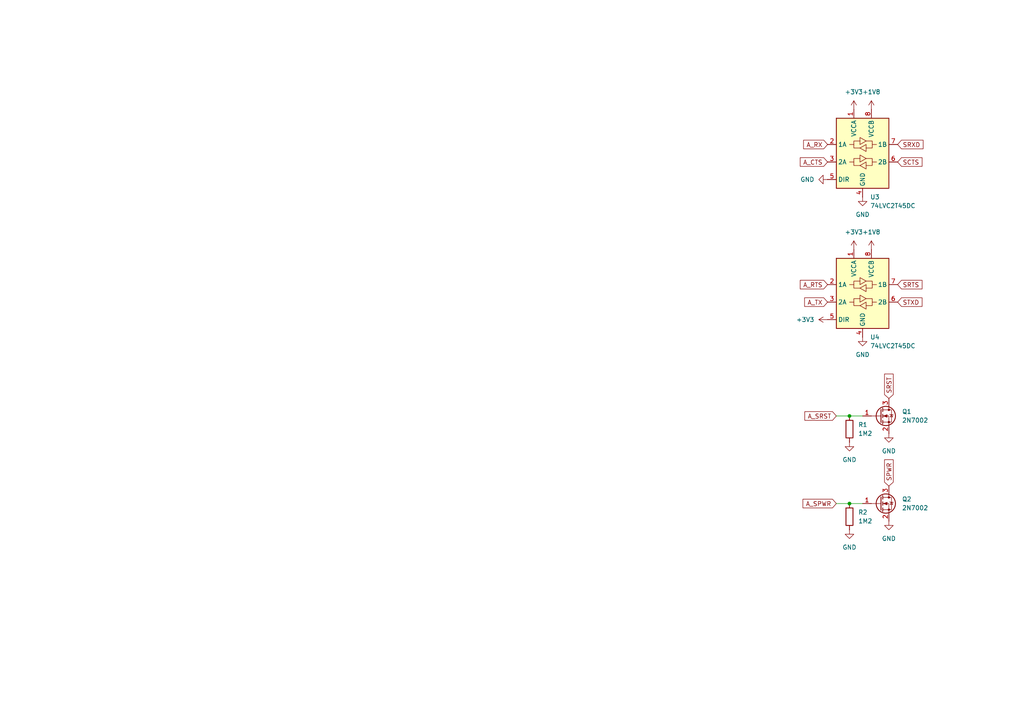
<source format=kicad_sch>
(kicad_sch
	(version 20231120)
	(generator "eeschema")
	(generator_version "8.0")
	(uuid "f56a3b97-3956-4957-9aee-87b69f5063e7")
	(paper "A4")
	(lib_symbols
		(symbol "Device:R"
			(pin_numbers hide)
			(pin_names
				(offset 0)
			)
			(exclude_from_sim no)
			(in_bom yes)
			(on_board yes)
			(property "Reference" "R"
				(at 2.032 0 90)
				(effects
					(font
						(size 1.27 1.27)
					)
				)
			)
			(property "Value" "R"
				(at 0 0 90)
				(effects
					(font
						(size 1.27 1.27)
					)
				)
			)
			(property "Footprint" ""
				(at -1.778 0 90)
				(effects
					(font
						(size 1.27 1.27)
					)
					(hide yes)
				)
			)
			(property "Datasheet" "~"
				(at 0 0 0)
				(effects
					(font
						(size 1.27 1.27)
					)
					(hide yes)
				)
			)
			(property "Description" "Resistor"
				(at 0 0 0)
				(effects
					(font
						(size 1.27 1.27)
					)
					(hide yes)
				)
			)
			(property "ki_keywords" "R res resistor"
				(at 0 0 0)
				(effects
					(font
						(size 1.27 1.27)
					)
					(hide yes)
				)
			)
			(property "ki_fp_filters" "R_*"
				(at 0 0 0)
				(effects
					(font
						(size 1.27 1.27)
					)
					(hide yes)
				)
			)
			(symbol "R_0_1"
				(rectangle
					(start -1.016 -2.54)
					(end 1.016 2.54)
					(stroke
						(width 0.254)
						(type default)
					)
					(fill
						(type none)
					)
				)
			)
			(symbol "R_1_1"
				(pin passive line
					(at 0 3.81 270)
					(length 1.27)
					(name "~"
						(effects
							(font
								(size 1.27 1.27)
							)
						)
					)
					(number "1"
						(effects
							(font
								(size 1.27 1.27)
							)
						)
					)
				)
				(pin passive line
					(at 0 -3.81 90)
					(length 1.27)
					(name "~"
						(effects
							(font
								(size 1.27 1.27)
							)
						)
					)
					(number "2"
						(effects
							(font
								(size 1.27 1.27)
							)
						)
					)
				)
			)
		)
		(symbol "Logic_LevelTranslator:74LVC2T45DC"
			(exclude_from_sim no)
			(in_bom yes)
			(on_board yes)
			(property "Reference" "U"
				(at 6.35 -11.43 0)
				(effects
					(font
						(size 1.27 1.27)
					)
				)
			)
			(property "Value" "74LVC2T45DC"
				(at 10.16 11.43 0)
				(effects
					(font
						(size 1.27 1.27)
					)
				)
			)
			(property "Footprint" "Package_SO:VSSOP-8_2.3x2mm_P0.5mm"
				(at 0 -21.59 0)
				(effects
					(font
						(size 1.27 1.27)
					)
					(hide yes)
				)
			)
			(property "Datasheet" "https://assets.nexperia.com/documents/data-sheet/74LVC_LVCH2T45.pdf"
				(at 6.35 -6.35 0)
				(effects
					(font
						(size 1.27 1.27)
					)
					(hide yes)
				)
			)
			(property "Description" "Dual supply translating transceiver, 3-state, 2-bit, VSSOP-8"
				(at 0 0 0)
				(effects
					(font
						(size 1.27 1.27)
					)
					(hide yes)
				)
			)
			(property "ki_keywords" "Level-Shifter CMOS-TTL-Translation"
				(at 0 0 0)
				(effects
					(font
						(size 1.27 1.27)
					)
					(hide yes)
				)
			)
			(property "ki_fp_filters" "VSSOP*2.3x2mm*P0.5mm*"
				(at 0 0 0)
				(effects
					(font
						(size 1.27 1.27)
					)
					(hide yes)
				)
			)
			(symbol "74LVC2T45DC_1_1"
				(rectangle
					(start -7.62 10.16)
					(end 7.62 -10.16)
					(stroke
						(width 0.254)
						(type default)
					)
					(fill
						(type background)
					)
				)
				(polyline
					(pts
						(xy -2.54 -2.54) (xy -2.54 -1.524) (xy -0.762 -1.524)
					)
					(stroke
						(width 0)
						(type default)
					)
					(fill
						(type none)
					)
				)
				(polyline
					(pts
						(xy -2.54 2.54) (xy -2.54 3.556) (xy -0.762 3.556)
					)
					(stroke
						(width 0)
						(type default)
					)
					(fill
						(type none)
					)
				)
				(polyline
					(pts
						(xy 2.794 -2.54) (xy 2.794 -3.556) (xy 1.016 -3.556)
					)
					(stroke
						(width 0)
						(type default)
					)
					(fill
						(type none)
					)
				)
				(polyline
					(pts
						(xy 2.794 2.54) (xy 2.794 1.524) (xy 1.016 1.524)
					)
					(stroke
						(width 0)
						(type default)
					)
					(fill
						(type none)
					)
				)
				(polyline
					(pts
						(xy -0.762 -3.556) (xy -2.54 -3.556) (xy -2.54 -2.54) (xy -3.81 -2.54)
					)
					(stroke
						(width 0)
						(type default)
					)
					(fill
						(type none)
					)
				)
				(polyline
					(pts
						(xy -0.762 -2.54) (xy -0.762 -0.508) (xy 1.016 -1.524) (xy -0.762 -2.54)
					)
					(stroke
						(width 0)
						(type default)
					)
					(fill
						(type none)
					)
				)
				(polyline
					(pts
						(xy -0.762 1.524) (xy -2.54 1.524) (xy -2.54 2.54) (xy -3.81 2.54)
					)
					(stroke
						(width 0)
						(type default)
					)
					(fill
						(type none)
					)
				)
				(polyline
					(pts
						(xy -0.762 2.54) (xy -0.762 4.572) (xy 1.016 3.556) (xy -0.762 2.54)
					)
					(stroke
						(width 0)
						(type default)
					)
					(fill
						(type none)
					)
				)
				(polyline
					(pts
						(xy 1.016 -1.524) (xy 2.794 -1.524) (xy 2.794 -2.54) (xy 4.064 -2.54)
					)
					(stroke
						(width 0)
						(type default)
					)
					(fill
						(type none)
					)
				)
				(polyline
					(pts
						(xy 1.016 3.556) (xy 2.794 3.556) (xy 2.794 2.54) (xy 4.064 2.54)
					)
					(stroke
						(width 0)
						(type default)
					)
					(fill
						(type none)
					)
				)
				(polyline
					(pts
						(xy 1.016 -2.54) (xy 1.016 -4.318) (xy 1.016 -4.572) (xy -0.762 -3.556) (xy 1.016 -2.54)
					)
					(stroke
						(width 0)
						(type default)
					)
					(fill
						(type none)
					)
				)
				(polyline
					(pts
						(xy 1.016 2.54) (xy 1.016 0.762) (xy 1.016 0.508) (xy -0.762 1.524) (xy 1.016 2.54)
					)
					(stroke
						(width 0)
						(type default)
					)
					(fill
						(type none)
					)
				)
				(pin power_in line
					(at -2.54 12.7 270)
					(length 2.54)
					(name "VCCA"
						(effects
							(font
								(size 1.27 1.27)
							)
						)
					)
					(number "1"
						(effects
							(font
								(size 1.27 1.27)
							)
						)
					)
				)
				(pin bidirectional line
					(at -10.16 2.54 0)
					(length 2.54)
					(name "1A"
						(effects
							(font
								(size 1.27 1.27)
							)
						)
					)
					(number "2"
						(effects
							(font
								(size 1.27 1.27)
							)
						)
					)
				)
				(pin bidirectional line
					(at -10.16 -2.54 0)
					(length 2.54)
					(name "2A"
						(effects
							(font
								(size 1.27 1.27)
							)
						)
					)
					(number "3"
						(effects
							(font
								(size 1.27 1.27)
							)
						)
					)
				)
				(pin power_in line
					(at 0 -12.7 90)
					(length 2.54)
					(name "GND"
						(effects
							(font
								(size 1.27 1.27)
							)
						)
					)
					(number "4"
						(effects
							(font
								(size 1.27 1.27)
							)
						)
					)
				)
				(pin input line
					(at -10.16 -7.62 0)
					(length 2.54)
					(name "DIR"
						(effects
							(font
								(size 1.27 1.27)
							)
						)
					)
					(number "5"
						(effects
							(font
								(size 1.27 1.27)
							)
						)
					)
				)
				(pin bidirectional line
					(at 10.16 -2.54 180)
					(length 2.54)
					(name "2B"
						(effects
							(font
								(size 1.27 1.27)
							)
						)
					)
					(number "6"
						(effects
							(font
								(size 1.27 1.27)
							)
						)
					)
				)
				(pin bidirectional line
					(at 10.16 2.54 180)
					(length 2.54)
					(name "1B"
						(effects
							(font
								(size 1.27 1.27)
							)
						)
					)
					(number "7"
						(effects
							(font
								(size 1.27 1.27)
							)
						)
					)
				)
				(pin power_in line
					(at 2.54 12.7 270)
					(length 2.54)
					(name "VCCB"
						(effects
							(font
								(size 1.27 1.27)
							)
						)
					)
					(number "8"
						(effects
							(font
								(size 1.27 1.27)
							)
						)
					)
				)
			)
		)
		(symbol "Transistor_FET:2N7002"
			(pin_names hide)
			(exclude_from_sim no)
			(in_bom yes)
			(on_board yes)
			(property "Reference" "Q"
				(at 5.08 1.905 0)
				(effects
					(font
						(size 1.27 1.27)
					)
					(justify left)
				)
			)
			(property "Value" "2N7002"
				(at 5.08 0 0)
				(effects
					(font
						(size 1.27 1.27)
					)
					(justify left)
				)
			)
			(property "Footprint" "Package_TO_SOT_SMD:SOT-23"
				(at 5.08 -1.905 0)
				(effects
					(font
						(size 1.27 1.27)
						(italic yes)
					)
					(justify left)
					(hide yes)
				)
			)
			(property "Datasheet" "https://www.onsemi.com/pub/Collateral/NDS7002A-D.PDF"
				(at 5.08 -3.81 0)
				(effects
					(font
						(size 1.27 1.27)
					)
					(justify left)
					(hide yes)
				)
			)
			(property "Description" "0.115A Id, 60V Vds, N-Channel MOSFET, SOT-23"
				(at 0 0 0)
				(effects
					(font
						(size 1.27 1.27)
					)
					(hide yes)
				)
			)
			(property "ki_keywords" "N-Channel Switching MOSFET"
				(at 0 0 0)
				(effects
					(font
						(size 1.27 1.27)
					)
					(hide yes)
				)
			)
			(property "ki_fp_filters" "SOT?23*"
				(at 0 0 0)
				(effects
					(font
						(size 1.27 1.27)
					)
					(hide yes)
				)
			)
			(symbol "2N7002_0_1"
				(polyline
					(pts
						(xy 0.254 0) (xy -2.54 0)
					)
					(stroke
						(width 0)
						(type default)
					)
					(fill
						(type none)
					)
				)
				(polyline
					(pts
						(xy 0.254 1.905) (xy 0.254 -1.905)
					)
					(stroke
						(width 0.254)
						(type default)
					)
					(fill
						(type none)
					)
				)
				(polyline
					(pts
						(xy 0.762 -1.27) (xy 0.762 -2.286)
					)
					(stroke
						(width 0.254)
						(type default)
					)
					(fill
						(type none)
					)
				)
				(polyline
					(pts
						(xy 0.762 0.508) (xy 0.762 -0.508)
					)
					(stroke
						(width 0.254)
						(type default)
					)
					(fill
						(type none)
					)
				)
				(polyline
					(pts
						(xy 0.762 2.286) (xy 0.762 1.27)
					)
					(stroke
						(width 0.254)
						(type default)
					)
					(fill
						(type none)
					)
				)
				(polyline
					(pts
						(xy 2.54 2.54) (xy 2.54 1.778)
					)
					(stroke
						(width 0)
						(type default)
					)
					(fill
						(type none)
					)
				)
				(polyline
					(pts
						(xy 2.54 -2.54) (xy 2.54 0) (xy 0.762 0)
					)
					(stroke
						(width 0)
						(type default)
					)
					(fill
						(type none)
					)
				)
				(polyline
					(pts
						(xy 0.762 -1.778) (xy 3.302 -1.778) (xy 3.302 1.778) (xy 0.762 1.778)
					)
					(stroke
						(width 0)
						(type default)
					)
					(fill
						(type none)
					)
				)
				(polyline
					(pts
						(xy 1.016 0) (xy 2.032 0.381) (xy 2.032 -0.381) (xy 1.016 0)
					)
					(stroke
						(width 0)
						(type default)
					)
					(fill
						(type outline)
					)
				)
				(polyline
					(pts
						(xy 2.794 0.508) (xy 2.921 0.381) (xy 3.683 0.381) (xy 3.81 0.254)
					)
					(stroke
						(width 0)
						(type default)
					)
					(fill
						(type none)
					)
				)
				(polyline
					(pts
						(xy 3.302 0.381) (xy 2.921 -0.254) (xy 3.683 -0.254) (xy 3.302 0.381)
					)
					(stroke
						(width 0)
						(type default)
					)
					(fill
						(type none)
					)
				)
				(circle
					(center 1.651 0)
					(radius 2.794)
					(stroke
						(width 0.254)
						(type default)
					)
					(fill
						(type none)
					)
				)
				(circle
					(center 2.54 -1.778)
					(radius 0.254)
					(stroke
						(width 0)
						(type default)
					)
					(fill
						(type outline)
					)
				)
				(circle
					(center 2.54 1.778)
					(radius 0.254)
					(stroke
						(width 0)
						(type default)
					)
					(fill
						(type outline)
					)
				)
			)
			(symbol "2N7002_1_1"
				(pin input line
					(at -5.08 0 0)
					(length 2.54)
					(name "G"
						(effects
							(font
								(size 1.27 1.27)
							)
						)
					)
					(number "1"
						(effects
							(font
								(size 1.27 1.27)
							)
						)
					)
				)
				(pin passive line
					(at 2.54 -5.08 90)
					(length 2.54)
					(name "S"
						(effects
							(font
								(size 1.27 1.27)
							)
						)
					)
					(number "2"
						(effects
							(font
								(size 1.27 1.27)
							)
						)
					)
				)
				(pin passive line
					(at 2.54 5.08 270)
					(length 2.54)
					(name "D"
						(effects
							(font
								(size 1.27 1.27)
							)
						)
					)
					(number "3"
						(effects
							(font
								(size 1.27 1.27)
							)
						)
					)
				)
			)
		)
		(symbol "arduino_nb_1500_kicad-eagle-import:FIDUCIAL-1.5MM"
			(exclude_from_sim no)
			(in_bom yes)
			(on_board yes)
			(property "Reference" "FD"
				(at 0 0 0)
				(effects
					(font
						(size 1.27 1.27)
					)
					(hide yes)
				)
			)
			(property "Value" ""
				(at 0 0 0)
				(effects
					(font
						(size 1.27 1.27)
					)
					(hide yes)
				)
			)
			(property "Footprint" "arduino_nb_1500_kicad:FD-1-1.5"
				(at 0 0 0)
				(effects
					(font
						(size 1.27 1.27)
					)
					(hide yes)
				)
			)
			(property "Datasheet" ""
				(at 0 0 0)
				(effects
					(font
						(size 1.27 1.27)
					)
					(hide yes)
				)
			)
			(property "Description" "Fiducial mount"
				(at 0 0 0)
				(effects
					(font
						(size 1.27 1.27)
					)
					(hide yes)
				)
			)
			(property "ki_locked" ""
				(at 0 0 0)
				(effects
					(font
						(size 1.27 1.27)
					)
				)
			)
			(symbol "FIDUCIAL-1.5MM_1_0"
				(circle
					(center 0 0)
					(radius 2.54)
					(stroke
						(width 0.254)
						(type solid)
					)
					(fill
						(type none)
					)
				)
			)
		)
		(symbol "arduino_nb_1500_kicad-eagle-import:GND"
			(power)
			(exclude_from_sim no)
			(in_bom yes)
			(on_board yes)
			(property "Reference" "#GND"
				(at 0 0 0)
				(effects
					(font
						(size 1.27 1.27)
					)
					(hide yes)
				)
			)
			(property "Value" ""
				(at -2.54 -2.54 0)
				(effects
					(font
						(size 1.778 1.5113)
					)
					(justify left bottom)
				)
			)
			(property "Footprint" ""
				(at 0 0 0)
				(effects
					(font
						(size 1.27 1.27)
					)
					(hide yes)
				)
			)
			(property "Datasheet" ""
				(at 0 0 0)
				(effects
					(font
						(size 1.27 1.27)
					)
					(hide yes)
				)
			)
			(property "Description" "SUPPLY SYMBOL"
				(at 0 0 0)
				(effects
					(font
						(size 1.27 1.27)
					)
					(hide yes)
				)
			)
			(property "ki_locked" ""
				(at 0 0 0)
				(effects
					(font
						(size 1.27 1.27)
					)
				)
			)
			(symbol "GND_1_0"
				(polyline
					(pts
						(xy -1.905 0) (xy 1.905 0)
					)
					(stroke
						(width 0.254)
						(type solid)
					)
					(fill
						(type none)
					)
				)
				(pin power_in line
					(at 0 2.54 270)
					(length 2.54)
					(name "GND"
						(effects
							(font
								(size 0 0)
							)
						)
					)
					(number "1"
						(effects
							(font
								(size 0 0)
							)
						)
					)
				)
			)
		)
		(symbol "power:+1V8"
			(power)
			(pin_numbers hide)
			(pin_names
				(offset 0) hide)
			(exclude_from_sim no)
			(in_bom yes)
			(on_board yes)
			(property "Reference" "#PWR"
				(at 0 -3.81 0)
				(effects
					(font
						(size 1.27 1.27)
					)
					(hide yes)
				)
			)
			(property "Value" "+1V8"
				(at 0 3.556 0)
				(effects
					(font
						(size 1.27 1.27)
					)
				)
			)
			(property "Footprint" ""
				(at 0 0 0)
				(effects
					(font
						(size 1.27 1.27)
					)
					(hide yes)
				)
			)
			(property "Datasheet" ""
				(at 0 0 0)
				(effects
					(font
						(size 1.27 1.27)
					)
					(hide yes)
				)
			)
			(property "Description" "Power symbol creates a global label with name \"+1V8\""
				(at 0 0 0)
				(effects
					(font
						(size 1.27 1.27)
					)
					(hide yes)
				)
			)
			(property "ki_keywords" "global power"
				(at 0 0 0)
				(effects
					(font
						(size 1.27 1.27)
					)
					(hide yes)
				)
			)
			(symbol "+1V8_0_1"
				(polyline
					(pts
						(xy -0.762 1.27) (xy 0 2.54)
					)
					(stroke
						(width 0)
						(type default)
					)
					(fill
						(type none)
					)
				)
				(polyline
					(pts
						(xy 0 0) (xy 0 2.54)
					)
					(stroke
						(width 0)
						(type default)
					)
					(fill
						(type none)
					)
				)
				(polyline
					(pts
						(xy 0 2.54) (xy 0.762 1.27)
					)
					(stroke
						(width 0)
						(type default)
					)
					(fill
						(type none)
					)
				)
			)
			(symbol "+1V8_1_1"
				(pin power_in line
					(at 0 0 90)
					(length 0)
					(name "~"
						(effects
							(font
								(size 1.27 1.27)
							)
						)
					)
					(number "1"
						(effects
							(font
								(size 1.27 1.27)
							)
						)
					)
				)
			)
		)
		(symbol "power:+3V3"
			(power)
			(pin_numbers hide)
			(pin_names
				(offset 0) hide)
			(exclude_from_sim no)
			(in_bom yes)
			(on_board yes)
			(property "Reference" "#PWR"
				(at 0 -3.81 0)
				(effects
					(font
						(size 1.27 1.27)
					)
					(hide yes)
				)
			)
			(property "Value" "+3V3"
				(at 0 3.556 0)
				(effects
					(font
						(size 1.27 1.27)
					)
				)
			)
			(property "Footprint" ""
				(at 0 0 0)
				(effects
					(font
						(size 1.27 1.27)
					)
					(hide yes)
				)
			)
			(property "Datasheet" ""
				(at 0 0 0)
				(effects
					(font
						(size 1.27 1.27)
					)
					(hide yes)
				)
			)
			(property "Description" "Power symbol creates a global label with name \"+3V3\""
				(at 0 0 0)
				(effects
					(font
						(size 1.27 1.27)
					)
					(hide yes)
				)
			)
			(property "ki_keywords" "global power"
				(at 0 0 0)
				(effects
					(font
						(size 1.27 1.27)
					)
					(hide yes)
				)
			)
			(symbol "+3V3_0_1"
				(polyline
					(pts
						(xy -0.762 1.27) (xy 0 2.54)
					)
					(stroke
						(width 0)
						(type default)
					)
					(fill
						(type none)
					)
				)
				(polyline
					(pts
						(xy 0 0) (xy 0 2.54)
					)
					(stroke
						(width 0)
						(type default)
					)
					(fill
						(type none)
					)
				)
				(polyline
					(pts
						(xy 0 2.54) (xy 0.762 1.27)
					)
					(stroke
						(width 0)
						(type default)
					)
					(fill
						(type none)
					)
				)
			)
			(symbol "+3V3_1_1"
				(pin power_in line
					(at 0 0 90)
					(length 0)
					(name "~"
						(effects
							(font
								(size 1.27 1.27)
							)
						)
					)
					(number "1"
						(effects
							(font
								(size 1.27 1.27)
							)
						)
					)
				)
			)
		)
		(symbol "power:GND"
			(power)
			(pin_numbers hide)
			(pin_names
				(offset 0) hide)
			(exclude_from_sim no)
			(in_bom yes)
			(on_board yes)
			(property "Reference" "#PWR"
				(at 0 -6.35 0)
				(effects
					(font
						(size 1.27 1.27)
					)
					(hide yes)
				)
			)
			(property "Value" "GND"
				(at 0 -3.81 0)
				(effects
					(font
						(size 1.27 1.27)
					)
				)
			)
			(property "Footprint" ""
				(at 0 0 0)
				(effects
					(font
						(size 1.27 1.27)
					)
					(hide yes)
				)
			)
			(property "Datasheet" ""
				(at 0 0 0)
				(effects
					(font
						(size 1.27 1.27)
					)
					(hide yes)
				)
			)
			(property "Description" "Power symbol creates a global label with name \"GND\" , ground"
				(at 0 0 0)
				(effects
					(font
						(size 1.27 1.27)
					)
					(hide yes)
				)
			)
			(property "ki_keywords" "global power"
				(at 0 0 0)
				(effects
					(font
						(size 1.27 1.27)
					)
					(hide yes)
				)
			)
			(symbol "GND_0_1"
				(polyline
					(pts
						(xy 0 0) (xy 0 -1.27) (xy 1.27 -1.27) (xy 0 -2.54) (xy -1.27 -1.27) (xy 0 -1.27)
					)
					(stroke
						(width 0)
						(type default)
					)
					(fill
						(type none)
					)
				)
			)
			(symbol "GND_1_1"
				(pin power_in line
					(at 0 0 270)
					(length 0)
					(name "~"
						(effects
							(font
								(size 1.27 1.27)
							)
						)
					)
					(number "1"
						(effects
							(font
								(size 1.27 1.27)
							)
						)
					)
				)
			)
		)
	)
	(junction
		(at 246.38 120.65)
		(diameter 0)
		(color 0 0 0 0)
		(uuid "6febd631-5110-46dc-9548-c75240d9a9e8")
	)
	(junction
		(at 246.38 146.05)
		(diameter 0)
		(color 0 0 0 0)
		(uuid "d04bfcc7-224f-417d-9417-f2c3e89cb1b3")
	)
	(wire
		(pts
			(xy 242.57 146.05) (xy 246.38 146.05)
		)
		(stroke
			(width 0)
			(type default)
		)
		(uuid "36deba9f-cae0-4aa0-a82c-bd790170047c")
	)
	(wire
		(pts
			(xy 246.38 120.65) (xy 250.19 120.65)
		)
		(stroke
			(width 0)
			(type default)
		)
		(uuid "8d306e74-9be0-423c-8720-9738419a380c")
	)
	(wire
		(pts
			(xy 242.57 120.65) (xy 246.38 120.65)
		)
		(stroke
			(width 0)
			(type default)
		)
		(uuid "da1a10db-e627-4851-84b0-7d91d87e93be")
	)
	(wire
		(pts
			(xy 246.38 146.05) (xy 250.19 146.05)
		)
		(stroke
			(width 0)
			(type default)
		)
		(uuid "f11477c5-e93a-48d6-8e34-9da6d9a35e7d")
	)
	(global_label "SCTS"
		(shape input)
		(at 260.35 46.99 0)
		(fields_autoplaced yes)
		(effects
			(font
				(size 1.27 1.27)
			)
			(justify left)
		)
		(uuid "0a1545e2-dc40-4381-9201-078b16235e36")
		(property "Intersheetrefs" "${INTERSHEET_REFS}"
			(at 267.9918 46.99 0)
			(effects
				(font
					(size 1.27 1.27)
				)
				(justify left)
				(hide yes)
			)
		)
	)
	(global_label "SRXD"
		(shape input)
		(at 260.35 41.91 0)
		(fields_autoplaced yes)
		(effects
			(font
				(size 1.27 1.27)
			)
			(justify left)
		)
		(uuid "275187bf-f493-4ee7-830f-3cb1e5cac2a9")
		(property "Intersheetrefs" "${INTERSHEET_REFS}"
			(at 268.2942 41.91 0)
			(effects
				(font
					(size 1.27 1.27)
				)
				(justify left)
				(hide yes)
			)
		)
	)
	(global_label "A_RTS"
		(shape input)
		(at 240.03 82.55 180)
		(fields_autoplaced yes)
		(effects
			(font
				(size 1.27 1.27)
			)
			(justify right)
		)
		(uuid "36d25224-548e-4651-af27-6b4a8cb8ef51")
		(property "Intersheetrefs" "${INTERSHEET_REFS}"
			(at 231.5415 82.55 0)
			(effects
				(font
					(size 1.27 1.27)
				)
				(justify right)
				(hide yes)
			)
		)
	)
	(global_label "A_RX"
		(shape input)
		(at 240.03 41.91 180)
		(fields_autoplaced yes)
		(effects
			(font
				(size 1.27 1.27)
			)
			(justify right)
		)
		(uuid "429e75af-cd93-412f-90df-d93817644ec6")
		(property "Intersheetrefs" "${INTERSHEET_REFS}"
			(at 232.5091 41.91 0)
			(effects
				(font
					(size 1.27 1.27)
				)
				(justify right)
				(hide yes)
			)
		)
	)
	(global_label "A_TX"
		(shape input)
		(at 240.03 87.63 180)
		(fields_autoplaced yes)
		(effects
			(font
				(size 1.27 1.27)
			)
			(justify right)
		)
		(uuid "5d24662e-7035-4300-9cc4-92742b63acee")
		(property "Intersheetrefs" "${INTERSHEET_REFS}"
			(at 232.8115 87.63 0)
			(effects
				(font
					(size 1.27 1.27)
				)
				(justify right)
				(hide yes)
			)
		)
	)
	(global_label "SPWR"
		(shape input)
		(at 257.81 140.97 90)
		(fields_autoplaced yes)
		(effects
			(font
				(size 1.27 1.27)
			)
			(justify left)
		)
		(uuid "5d7825f5-bfd9-421a-b8e9-54949ee33abb")
		(property "Intersheetrefs" "${INTERSHEET_REFS}"
			(at 257.81 132.7839 90)
			(effects
				(font
					(size 1.27 1.27)
				)
				(justify left)
				(hide yes)
			)
		)
	)
	(global_label "A_CTS"
		(shape input)
		(at 240.03 46.99 180)
		(fields_autoplaced yes)
		(effects
			(font
				(size 1.27 1.27)
			)
			(justify right)
		)
		(uuid "7dcd5480-a433-4d67-aa4a-b68aefae28fd")
		(property "Intersheetrefs" "${INTERSHEET_REFS}"
			(at 231.5415 46.99 0)
			(effects
				(font
					(size 1.27 1.27)
				)
				(justify right)
				(hide yes)
			)
		)
	)
	(global_label "A_SPWR"
		(shape input)
		(at 242.57 146.05 180)
		(fields_autoplaced yes)
		(effects
			(font
				(size 1.27 1.27)
			)
			(justify right)
		)
		(uuid "8037149f-7c8f-459e-8633-bca4dc8ad2a0")
		(property "Intersheetrefs" "${INTERSHEET_REFS}"
			(at 232.3277 146.05 0)
			(effects
				(font
					(size 1.27 1.27)
				)
				(justify right)
				(hide yes)
			)
		)
	)
	(global_label "SRTS"
		(shape input)
		(at 260.35 82.55 0)
		(fields_autoplaced yes)
		(effects
			(font
				(size 1.27 1.27)
			)
			(justify left)
		)
		(uuid "b35fa2ff-bbc8-464c-86d3-ab70b64fa580")
		(property "Intersheetrefs" "${INTERSHEET_REFS}"
			(at 267.9918 82.55 0)
			(effects
				(font
					(size 1.27 1.27)
				)
				(justify left)
				(hide yes)
			)
		)
	)
	(global_label "STXD"
		(shape input)
		(at 260.35 87.63 0)
		(fields_autoplaced yes)
		(effects
			(font
				(size 1.27 1.27)
			)
			(justify left)
		)
		(uuid "bb49ab42-735b-42c6-895b-c65cddd1927d")
		(property "Intersheetrefs" "${INTERSHEET_REFS}"
			(at 267.9918 87.63 0)
			(effects
				(font
					(size 1.27 1.27)
				)
				(justify left)
				(hide yes)
			)
		)
	)
	(global_label "SRST"
		(shape input)
		(at 257.81 115.57 90)
		(fields_autoplaced yes)
		(effects
			(font
				(size 1.27 1.27)
			)
			(justify left)
		)
		(uuid "d83b5185-9a21-4f0c-96b1-6ed320b39956")
		(property "Intersheetrefs" "${INTERSHEET_REFS}"
			(at 257.81 107.9282 90)
			(effects
				(font
					(size 1.27 1.27)
				)
				(justify left)
				(hide yes)
			)
		)
	)
	(global_label "A_SRST"
		(shape input)
		(at 242.57 120.65 180)
		(fields_autoplaced yes)
		(effects
			(font
				(size 1.27 1.27)
			)
			(justify right)
		)
		(uuid "fe93d1cd-0ee0-46db-a8e1-0115c0e44c15")
		(property "Intersheetrefs" "${INTERSHEET_REFS}"
			(at 232.872 120.65 0)
			(effects
				(font
					(size 1.27 1.27)
				)
				(justify right)
				(hide yes)
			)
		)
	)
	(symbol
		(lib_id "arduino_nb_1500_kicad-eagle-import:FIDUCIAL-1.5MM")
		(at 680.72 274.32 0)
		(unit 1)
		(exclude_from_sim no)
		(in_bom yes)
		(on_board yes)
		(dnp no)
		(uuid "11971be7-1807-419f-9e40-ec572256112b")
		(property "Reference" "FD1"
			(at 680.72 274.32 0)
			(effects
				(font
					(size 1.27 1.27)
				)
				(hide yes)
			)
		)
		(property "Value" "FIDUCIAL-1.5MM"
			(at 680.72 274.32 0)
			(effects
				(font
					(size 1.27 1.27)
				)
				(hide yes)
			)
		)
		(property "Footprint" "arduino_nb_1500_kicad:FD-1-1.5"
			(at 680.72 274.32 0)
			(effects
				(font
					(size 1.27 1.27)
				)
				(hide yes)
			)
		)
		(property "Datasheet" ""
			(at 680.72 274.32 0)
			(effects
				(font
					(size 1.27 1.27)
				)
				(hide yes)
			)
		)
		(property "Description" ""
			(at 680.72 274.32 0)
			(effects
				(font
					(size 1.27 1.27)
				)
				(hide yes)
			)
		)
		(instances
			(project "gateway_design_kicad"
				(path "/765bcc81-2b5f-49dc-9346-89265a055d0c/c469ccbf-c6a4-4787-a3b8-fbb1528e87d6"
					(reference "FD1")
					(unit 1)
				)
			)
		)
	)
	(symbol
		(lib_id "arduino_nb_1500_kicad-eagle-import:FIDUCIAL-1.5MM")
		(at 693.42 274.32 0)
		(unit 1)
		(exclude_from_sim no)
		(in_bom yes)
		(on_board yes)
		(dnp no)
		(uuid "1c6fa85a-fa54-4f40-ac19-41c9ff080a24")
		(property "Reference" "FD3"
			(at 693.42 274.32 0)
			(effects
				(font
					(size 1.27 1.27)
				)
				(hide yes)
			)
		)
		(property "Value" "FIDUCIAL-1.5MM"
			(at 693.42 274.32 0)
			(effects
				(font
					(size 1.27 1.27)
				)
				(hide yes)
			)
		)
		(property "Footprint" "arduino_nb_1500_kicad:FD-1-1.5"
			(at 693.42 274.32 0)
			(effects
				(font
					(size 1.27 1.27)
				)
				(hide yes)
			)
		)
		(property "Datasheet" ""
			(at 693.42 274.32 0)
			(effects
				(font
					(size 1.27 1.27)
				)
				(hide yes)
			)
		)
		(property "Description" ""
			(at 693.42 274.32 0)
			(effects
				(font
					(size 1.27 1.27)
				)
				(hide yes)
			)
		)
		(instances
			(project "gateway_design_kicad"
				(path "/765bcc81-2b5f-49dc-9346-89265a055d0c/c469ccbf-c6a4-4787-a3b8-fbb1528e87d6"
					(reference "FD3")
					(unit 1)
				)
			)
		)
	)
	(symbol
		(lib_id "power:GND")
		(at 250.19 57.15 0)
		(unit 1)
		(exclude_from_sim no)
		(in_bom yes)
		(on_board yes)
		(dnp no)
		(fields_autoplaced yes)
		(uuid "1e1d80ba-1c0d-44a0-a244-ab24ad19ad7c")
		(property "Reference" "#PWR08"
			(at 250.19 63.5 0)
			(effects
				(font
					(size 1.27 1.27)
				)
				(hide yes)
			)
		)
		(property "Value" "GND"
			(at 250.19 62.23 0)
			(effects
				(font
					(size 1.27 1.27)
				)
			)
		)
		(property "Footprint" ""
			(at 250.19 57.15 0)
			(effects
				(font
					(size 1.27 1.27)
				)
				(hide yes)
			)
		)
		(property "Datasheet" ""
			(at 250.19 57.15 0)
			(effects
				(font
					(size 1.27 1.27)
				)
				(hide yes)
			)
		)
		(property "Description" "Power symbol creates a global label with name \"GND\" , ground"
			(at 250.19 57.15 0)
			(effects
				(font
					(size 1.27 1.27)
				)
				(hide yes)
			)
		)
		(pin "1"
			(uuid "83cf64cb-6c76-4b59-bc3d-e9d0e3476db1")
		)
		(instances
			(project "gateway_design_kicad"
				(path "/765bcc81-2b5f-49dc-9346-89265a055d0c/c469ccbf-c6a4-4787-a3b8-fbb1528e87d6"
					(reference "#PWR08")
					(unit 1)
				)
			)
		)
	)
	(symbol
		(lib_id "power:GND")
		(at 257.81 125.73 0)
		(unit 1)
		(exclude_from_sim no)
		(in_bom yes)
		(on_board yes)
		(dnp no)
		(fields_autoplaced yes)
		(uuid "1ff068d4-1bc2-493b-a268-f7d95064fd57")
		(property "Reference" "#PWR020"
			(at 257.81 132.08 0)
			(effects
				(font
					(size 1.27 1.27)
				)
				(hide yes)
			)
		)
		(property "Value" "GND"
			(at 257.81 130.81 0)
			(effects
				(font
					(size 1.27 1.27)
				)
			)
		)
		(property "Footprint" ""
			(at 257.81 125.73 0)
			(effects
				(font
					(size 1.27 1.27)
				)
				(hide yes)
			)
		)
		(property "Datasheet" ""
			(at 257.81 125.73 0)
			(effects
				(font
					(size 1.27 1.27)
				)
				(hide yes)
			)
		)
		(property "Description" "Power symbol creates a global label with name \"GND\" , ground"
			(at 257.81 125.73 0)
			(effects
				(font
					(size 1.27 1.27)
				)
				(hide yes)
			)
		)
		(pin "1"
			(uuid "07926e93-690c-48fc-b64e-79a925e2aba1")
		)
		(instances
			(project "gateway_design_kicad"
				(path "/765bcc81-2b5f-49dc-9346-89265a055d0c/c469ccbf-c6a4-4787-a3b8-fbb1528e87d6"
					(reference "#PWR020")
					(unit 1)
				)
			)
		)
	)
	(symbol
		(lib_id "power:GND")
		(at 246.38 153.67 0)
		(unit 1)
		(exclude_from_sim no)
		(in_bom yes)
		(on_board yes)
		(dnp no)
		(fields_autoplaced yes)
		(uuid "220eab5a-234a-4bb8-9785-95665ad50c97")
		(property "Reference" "#PWR019"
			(at 246.38 160.02 0)
			(effects
				(font
					(size 1.27 1.27)
				)
				(hide yes)
			)
		)
		(property "Value" "GND"
			(at 246.38 158.75 0)
			(effects
				(font
					(size 1.27 1.27)
				)
			)
		)
		(property "Footprint" ""
			(at 246.38 153.67 0)
			(effects
				(font
					(size 1.27 1.27)
				)
				(hide yes)
			)
		)
		(property "Datasheet" ""
			(at 246.38 153.67 0)
			(effects
				(font
					(size 1.27 1.27)
				)
				(hide yes)
			)
		)
		(property "Description" "Power symbol creates a global label with name \"GND\" , ground"
			(at 246.38 153.67 0)
			(effects
				(font
					(size 1.27 1.27)
				)
				(hide yes)
			)
		)
		(pin "1"
			(uuid "9564bb9a-da68-4c0d-8e8a-1466ef05335f")
		)
		(instances
			(project "gateway_design_kicad"
				(path "/765bcc81-2b5f-49dc-9346-89265a055d0c/c469ccbf-c6a4-4787-a3b8-fbb1528e87d6"
					(reference "#PWR019")
					(unit 1)
				)
			)
		)
	)
	(symbol
		(lib_id "power:+3V3")
		(at 247.65 72.39 0)
		(unit 1)
		(exclude_from_sim no)
		(in_bom yes)
		(on_board yes)
		(dnp no)
		(fields_autoplaced yes)
		(uuid "3cfc9158-5855-42a8-92b0-75a828b90d20")
		(property "Reference" "#PWR07"
			(at 247.65 76.2 0)
			(effects
				(font
					(size 1.27 1.27)
				)
				(hide yes)
			)
		)
		(property "Value" "+3V3"
			(at 247.65 67.31 0)
			(effects
				(font
					(size 1.27 1.27)
				)
			)
		)
		(property "Footprint" ""
			(at 247.65 72.39 0)
			(effects
				(font
					(size 1.27 1.27)
				)
				(hide yes)
			)
		)
		(property "Datasheet" ""
			(at 247.65 72.39 0)
			(effects
				(font
					(size 1.27 1.27)
				)
				(hide yes)
			)
		)
		(property "Description" "Power symbol creates a global label with name \"+3V3\""
			(at 247.65 72.39 0)
			(effects
				(font
					(size 1.27 1.27)
				)
				(hide yes)
			)
		)
		(pin "1"
			(uuid "882b01c8-92c1-462a-9295-54dd3d9f5e5a")
		)
		(instances
			(project "gateway_design_kicad"
				(path "/765bcc81-2b5f-49dc-9346-89265a055d0c/c469ccbf-c6a4-4787-a3b8-fbb1528e87d6"
					(reference "#PWR07")
					(unit 1)
				)
			)
		)
	)
	(symbol
		(lib_id "Logic_LevelTranslator:74LVC2T45DC")
		(at 250.19 85.09 0)
		(unit 1)
		(exclude_from_sim no)
		(in_bom yes)
		(on_board yes)
		(dnp no)
		(fields_autoplaced yes)
		(uuid "3f9f4df1-959a-475b-96fe-63d9689e4239")
		(property "Reference" "U4"
			(at 252.3841 97.79 0)
			(effects
				(font
					(size 1.27 1.27)
				)
				(justify left)
			)
		)
		(property "Value" "74LVC2T45DC"
			(at 252.3841 100.33 0)
			(effects
				(font
					(size 1.27 1.27)
				)
				(justify left)
			)
		)
		(property "Footprint" "Package_SO:VSSOP-8_2.3x2mm_P0.5mm"
			(at 250.19 106.68 0)
			(effects
				(font
					(size 1.27 1.27)
				)
				(hide yes)
			)
		)
		(property "Datasheet" "https://assets.nexperia.com/documents/data-sheet/74LVC_LVCH2T45.pdf"
			(at 256.54 91.44 0)
			(effects
				(font
					(size 1.27 1.27)
				)
				(hide yes)
			)
		)
		(property "Description" "Dual supply translating transceiver, 3-state, 2-bit, VSSOP-8"
			(at 250.19 85.09 0)
			(effects
				(font
					(size 1.27 1.27)
				)
				(hide yes)
			)
		)
		(pin "1"
			(uuid "8fb0d76e-cb5f-4880-aaf9-575c24dcfbe1")
		)
		(pin "2"
			(uuid "0fdd6f7d-41c6-48f0-b873-eca5f4ce5d3c")
		)
		(pin "5"
			(uuid "21617cd1-71dc-4977-b734-6abfae2e99d4")
		)
		(pin "7"
			(uuid "be4b0fb3-2f2e-44eb-8eeb-e217a7095fa1")
		)
		(pin "8"
			(uuid "9326608b-e97d-46a1-8e7e-923db5b80a09")
		)
		(pin "3"
			(uuid "0b1fc676-04e6-4ba4-9cf8-05f386e221d9")
		)
		(pin "6"
			(uuid "3edeb858-3935-4ad4-9bf4-ed4ef8c05bdc")
		)
		(pin "4"
			(uuid "d4653f50-86a3-4c67-87e2-3fa610171f90")
		)
		(instances
			(project "gateway_design_kicad"
				(path "/765bcc81-2b5f-49dc-9346-89265a055d0c/c469ccbf-c6a4-4787-a3b8-fbb1528e87d6"
					(reference "U4")
					(unit 1)
				)
			)
		)
	)
	(symbol
		(lib_id "Transistor_FET:2N7002")
		(at 255.27 120.65 0)
		(unit 1)
		(exclude_from_sim no)
		(in_bom yes)
		(on_board yes)
		(dnp no)
		(fields_autoplaced yes)
		(uuid "49597a94-e358-444e-94c8-46019a72df19")
		(property "Reference" "Q1"
			(at 261.62 119.3799 0)
			(effects
				(font
					(size 1.27 1.27)
				)
				(justify left)
			)
		)
		(property "Value" "2N7002"
			(at 261.62 121.9199 0)
			(effects
				(font
					(size 1.27 1.27)
				)
				(justify left)
			)
		)
		(property "Footprint" "Package_TO_SOT_SMD:SOT-23"
			(at 260.35 122.555 0)
			(effects
				(font
					(size 1.27 1.27)
					(italic yes)
				)
				(justify left)
				(hide yes)
			)
		)
		(property "Datasheet" "https://www.onsemi.com/pub/Collateral/NDS7002A-D.PDF"
			(at 260.35 124.46 0)
			(effects
				(font
					(size 1.27 1.27)
				)
				(justify left)
				(hide yes)
			)
		)
		(property "Description" "0.115A Id, 60V Vds, N-Channel MOSFET, SOT-23"
			(at 255.27 120.65 0)
			(effects
				(font
					(size 1.27 1.27)
				)
				(hide yes)
			)
		)
		(pin "1"
			(uuid "f32b4900-203f-47af-a496-c54404a54332")
		)
		(pin "2"
			(uuid "958d9cd5-6b9f-4c53-8ce9-b018ee0cfe32")
		)
		(pin "3"
			(uuid "fe61307f-2797-48fe-ac1a-ad9b7d0ea17a")
		)
		(instances
			(project "gateway_design_kicad"
				(path "/765bcc81-2b5f-49dc-9346-89265a055d0c/c469ccbf-c6a4-4787-a3b8-fbb1528e87d6"
					(reference "Q1")
					(unit 1)
				)
			)
		)
	)
	(symbol
		(lib_id "power:+1V8")
		(at 252.73 31.75 0)
		(unit 1)
		(exclude_from_sim no)
		(in_bom yes)
		(on_board yes)
		(dnp no)
		(fields_autoplaced yes)
		(uuid "4c63c451-401a-40f7-aee9-ba798c2c6b48")
		(property "Reference" "#PWR010"
			(at 252.73 35.56 0)
			(effects
				(font
					(size 1.27 1.27)
				)
				(hide yes)
			)
		)
		(property "Value" "+1V8"
			(at 252.73 26.67 0)
			(effects
				(font
					(size 1.27 1.27)
				)
			)
		)
		(property "Footprint" ""
			(at 252.73 31.75 0)
			(effects
				(font
					(size 1.27 1.27)
				)
				(hide yes)
			)
		)
		(property "Datasheet" ""
			(at 252.73 31.75 0)
			(effects
				(font
					(size 1.27 1.27)
				)
				(hide yes)
			)
		)
		(property "Description" "Power symbol creates a global label with name \"+1V8\""
			(at 252.73 31.75 0)
			(effects
				(font
					(size 1.27 1.27)
				)
				(hide yes)
			)
		)
		(pin "1"
			(uuid "7976efe6-cf9c-45d5-8060-711011d89277")
		)
		(instances
			(project "gateway_design_kicad"
				(path "/765bcc81-2b5f-49dc-9346-89265a055d0c/c469ccbf-c6a4-4787-a3b8-fbb1528e87d6"
					(reference "#PWR010")
					(unit 1)
				)
			)
		)
	)
	(symbol
		(lib_id "Transistor_FET:2N7002")
		(at 255.27 146.05 0)
		(unit 1)
		(exclude_from_sim no)
		(in_bom yes)
		(on_board yes)
		(dnp no)
		(fields_autoplaced yes)
		(uuid "6a96db27-c891-4867-8532-337f09ad476e")
		(property "Reference" "Q2"
			(at 261.62 144.7799 0)
			(effects
				(font
					(size 1.27 1.27)
				)
				(justify left)
			)
		)
		(property "Value" "2N7002"
			(at 261.62 147.3199 0)
			(effects
				(font
					(size 1.27 1.27)
				)
				(justify left)
			)
		)
		(property "Footprint" "Package_TO_SOT_SMD:SOT-23"
			(at 260.35 147.955 0)
			(effects
				(font
					(size 1.27 1.27)
					(italic yes)
				)
				(justify left)
				(hide yes)
			)
		)
		(property "Datasheet" "https://www.onsemi.com/pub/Collateral/NDS7002A-D.PDF"
			(at 260.35 149.86 0)
			(effects
				(font
					(size 1.27 1.27)
				)
				(justify left)
				(hide yes)
			)
		)
		(property "Description" "0.115A Id, 60V Vds, N-Channel MOSFET, SOT-23"
			(at 255.27 146.05 0)
			(effects
				(font
					(size 1.27 1.27)
				)
				(hide yes)
			)
		)
		(pin "1"
			(uuid "d5c7c0fb-390f-4585-a92d-04c536686bb8")
		)
		(pin "2"
			(uuid "6e7c9420-3774-45ee-b164-0eb6298afa6b")
		)
		(pin "3"
			(uuid "7ffac881-16e5-4f31-a005-338185d496f4")
		)
		(instances
			(project "gateway_design_kicad"
				(path "/765bcc81-2b5f-49dc-9346-89265a055d0c/c469ccbf-c6a4-4787-a3b8-fbb1528e87d6"
					(reference "Q2")
					(unit 1)
				)
			)
		)
	)
	(symbol
		(lib_id "arduino_nb_1500_kicad-eagle-import:FIDUCIAL-1.5MM")
		(at 687.07 274.32 0)
		(unit 1)
		(exclude_from_sim no)
		(in_bom yes)
		(on_board yes)
		(dnp no)
		(uuid "6e7c6f96-6aab-43ff-a421-28375468ff36")
		(property "Reference" "FD2"
			(at 687.07 274.32 0)
			(effects
				(font
					(size 1.27 1.27)
				)
				(hide yes)
			)
		)
		(property "Value" "FIDUCIAL-1.5MM"
			(at 687.07 274.32 0)
			(effects
				(font
					(size 1.27 1.27)
				)
				(hide yes)
			)
		)
		(property "Footprint" "arduino_nb_1500_kicad:FD-1-1.5"
			(at 687.07 274.32 0)
			(effects
				(font
					(size 1.27 1.27)
				)
				(hide yes)
			)
		)
		(property "Datasheet" ""
			(at 687.07 274.32 0)
			(effects
				(font
					(size 1.27 1.27)
				)
				(hide yes)
			)
		)
		(property "Description" ""
			(at 687.07 274.32 0)
			(effects
				(font
					(size 1.27 1.27)
				)
				(hide yes)
			)
		)
		(instances
			(project "gateway_design_kicad"
				(path "/765bcc81-2b5f-49dc-9346-89265a055d0c/c469ccbf-c6a4-4787-a3b8-fbb1528e87d6"
					(reference "FD2")
					(unit 1)
				)
			)
		)
	)
	(symbol
		(lib_id "power:GND")
		(at 246.38 128.27 0)
		(unit 1)
		(exclude_from_sim no)
		(in_bom yes)
		(on_board yes)
		(dnp no)
		(fields_autoplaced yes)
		(uuid "7a3c7d69-1b1b-450c-a580-b7f355207cad")
		(property "Reference" "#PWR018"
			(at 246.38 134.62 0)
			(effects
				(font
					(size 1.27 1.27)
				)
				(hide yes)
			)
		)
		(property "Value" "GND"
			(at 246.38 133.35 0)
			(effects
				(font
					(size 1.27 1.27)
				)
			)
		)
		(property "Footprint" ""
			(at 246.38 128.27 0)
			(effects
				(font
					(size 1.27 1.27)
				)
				(hide yes)
			)
		)
		(property "Datasheet" ""
			(at 246.38 128.27 0)
			(effects
				(font
					(size 1.27 1.27)
				)
				(hide yes)
			)
		)
		(property "Description" "Power symbol creates a global label with name \"GND\" , ground"
			(at 246.38 128.27 0)
			(effects
				(font
					(size 1.27 1.27)
				)
				(hide yes)
			)
		)
		(pin "1"
			(uuid "92372069-708f-49ac-a99b-2375bfb13152")
		)
		(instances
			(project "gateway_design_kicad"
				(path "/765bcc81-2b5f-49dc-9346-89265a055d0c/c469ccbf-c6a4-4787-a3b8-fbb1528e87d6"
					(reference "#PWR018")
					(unit 1)
				)
			)
		)
	)
	(symbol
		(lib_id "power:GND")
		(at 250.19 97.79 0)
		(unit 1)
		(exclude_from_sim no)
		(in_bom yes)
		(on_board yes)
		(dnp no)
		(fields_autoplaced yes)
		(uuid "7af8f3a8-c122-40b9-93e6-2bbfbb589d7a")
		(property "Reference" "#PWR09"
			(at 250.19 104.14 0)
			(effects
				(font
					(size 1.27 1.27)
				)
				(hide yes)
			)
		)
		(property "Value" "GND"
			(at 250.19 102.87 0)
			(effects
				(font
					(size 1.27 1.27)
				)
			)
		)
		(property "Footprint" ""
			(at 250.19 97.79 0)
			(effects
				(font
					(size 1.27 1.27)
				)
				(hide yes)
			)
		)
		(property "Datasheet" ""
			(at 250.19 97.79 0)
			(effects
				(font
					(size 1.27 1.27)
				)
				(hide yes)
			)
		)
		(property "Description" "Power symbol creates a global label with name \"GND\" , ground"
			(at 250.19 97.79 0)
			(effects
				(font
					(size 1.27 1.27)
				)
				(hide yes)
			)
		)
		(pin "1"
			(uuid "ee658558-537e-4c13-8022-1b8eb03cc217")
		)
		(instances
			(project "gateway_design_kicad"
				(path "/765bcc81-2b5f-49dc-9346-89265a055d0c/c469ccbf-c6a4-4787-a3b8-fbb1528e87d6"
					(reference "#PWR09")
					(unit 1)
				)
			)
		)
	)
	(symbol
		(lib_id "power:GND")
		(at 257.81 151.13 0)
		(unit 1)
		(exclude_from_sim no)
		(in_bom yes)
		(on_board yes)
		(dnp no)
		(fields_autoplaced yes)
		(uuid "8b21b9c7-ede9-4650-b569-9cee5dc179fa")
		(property "Reference" "#PWR021"
			(at 257.81 157.48 0)
			(effects
				(font
					(size 1.27 1.27)
				)
				(hide yes)
			)
		)
		(property "Value" "GND"
			(at 257.81 156.21 0)
			(effects
				(font
					(size 1.27 1.27)
				)
			)
		)
		(property "Footprint" ""
			(at 257.81 151.13 0)
			(effects
				(font
					(size 1.27 1.27)
				)
				(hide yes)
			)
		)
		(property "Datasheet" ""
			(at 257.81 151.13 0)
			(effects
				(font
					(size 1.27 1.27)
				)
				(hide yes)
			)
		)
		(property "Description" "Power symbol creates a global label with name \"GND\" , ground"
			(at 257.81 151.13 0)
			(effects
				(font
					(size 1.27 1.27)
				)
				(hide yes)
			)
		)
		(pin "1"
			(uuid "e45a11db-cec4-43c3-9a47-b999341636b0")
		)
		(instances
			(project "gateway_design_kicad"
				(path "/765bcc81-2b5f-49dc-9346-89265a055d0c/c469ccbf-c6a4-4787-a3b8-fbb1528e87d6"
					(reference "#PWR021")
					(unit 1)
				)
			)
		)
	)
	(symbol
		(lib_id "Device:R")
		(at 246.38 124.46 0)
		(unit 1)
		(exclude_from_sim no)
		(in_bom yes)
		(on_board yes)
		(dnp no)
		(fields_autoplaced yes)
		(uuid "8ccb0ee1-ca2f-479c-aa13-af202db99aef")
		(property "Reference" "R1"
			(at 248.92 123.1899 0)
			(effects
				(font
					(size 1.27 1.27)
				)
				(justify left)
			)
		)
		(property "Value" "1M2"
			(at 248.92 125.7299 0)
			(effects
				(font
					(size 1.27 1.27)
				)
				(justify left)
			)
		)
		(property "Footprint" ""
			(at 244.602 124.46 90)
			(effects
				(font
					(size 1.27 1.27)
				)
				(hide yes)
			)
		)
		(property "Datasheet" "~"
			(at 246.38 124.46 0)
			(effects
				(font
					(size 1.27 1.27)
				)
				(hide yes)
			)
		)
		(property "Description" "Resistor"
			(at 246.38 124.46 0)
			(effects
				(font
					(size 1.27 1.27)
				)
				(hide yes)
			)
		)
		(pin "1"
			(uuid "33710d22-1cfe-4c76-b21b-74715aceebda")
		)
		(pin "2"
			(uuid "4b3a4411-1742-4b5c-aece-140ee4dc9a22")
		)
		(instances
			(project "gateway_design_kicad"
				(path "/765bcc81-2b5f-49dc-9346-89265a055d0c/c469ccbf-c6a4-4787-a3b8-fbb1528e87d6"
					(reference "R1")
					(unit 1)
				)
			)
		)
	)
	(symbol
		(lib_id "power:+3V3")
		(at 247.65 31.75 0)
		(unit 1)
		(exclude_from_sim no)
		(in_bom yes)
		(on_board yes)
		(dnp no)
		(fields_autoplaced yes)
		(uuid "b5745068-4866-4895-a0f8-7f413d8bf508")
		(property "Reference" "#PWR06"
			(at 247.65 35.56 0)
			(effects
				(font
					(size 1.27 1.27)
				)
				(hide yes)
			)
		)
		(property "Value" "+3V3"
			(at 247.65 26.67 0)
			(effects
				(font
					(size 1.27 1.27)
				)
			)
		)
		(property "Footprint" ""
			(at 247.65 31.75 0)
			(effects
				(font
					(size 1.27 1.27)
				)
				(hide yes)
			)
		)
		(property "Datasheet" ""
			(at 247.65 31.75 0)
			(effects
				(font
					(size 1.27 1.27)
				)
				(hide yes)
			)
		)
		(property "Description" "Power symbol creates a global label with name \"+3V3\""
			(at 247.65 31.75 0)
			(effects
				(font
					(size 1.27 1.27)
				)
				(hide yes)
			)
		)
		(pin "1"
			(uuid "128e85c8-6404-43c1-8430-01fe2946d790")
		)
		(instances
			(project "gateway_design_kicad"
				(path "/765bcc81-2b5f-49dc-9346-89265a055d0c/c469ccbf-c6a4-4787-a3b8-fbb1528e87d6"
					(reference "#PWR06")
					(unit 1)
				)
			)
		)
	)
	(symbol
		(lib_id "arduino_nb_1500_kicad-eagle-import:GND")
		(at 758.19 156.21 0)
		(unit 1)
		(exclude_from_sim no)
		(in_bom yes)
		(on_board yes)
		(dnp no)
		(uuid "c45ac434-a1df-4cc6-9b3d-c9949d30b47e")
		(property "Reference" "#GND028"
			(at 758.19 156.21 0)
			(effects
				(font
					(size 1.27 1.27)
				)
				(hide yes)
			)
		)
		(property "Value" "GND"
			(at 755.65 158.75 0)
			(effects
				(font
					(size 1.778 1.5113)
				)
				(justify left bottom)
			)
		)
		(property "Footprint" ""
			(at 758.19 156.21 0)
			(effects
				(font
					(size 1.27 1.27)
				)
				(hide yes)
			)
		)
		(property "Datasheet" ""
			(at 758.19 156.21 0)
			(effects
				(font
					(size 1.27 1.27)
				)
				(hide yes)
			)
		)
		(property "Description" ""
			(at 758.19 156.21 0)
			(effects
				(font
					(size 1.27 1.27)
				)
				(hide yes)
			)
		)
		(pin "1"
			(uuid "cd4a818d-ec3c-475f-9397-8920e16eea59")
		)
		(instances
			(project "gateway_design_kicad"
				(path "/765bcc81-2b5f-49dc-9346-89265a055d0c/c469ccbf-c6a4-4787-a3b8-fbb1528e87d6"
					(reference "#GND028")
					(unit 1)
				)
			)
		)
	)
	(symbol
		(lib_id "Logic_LevelTranslator:74LVC2T45DC")
		(at 250.19 44.45 0)
		(unit 1)
		(exclude_from_sim no)
		(in_bom yes)
		(on_board yes)
		(dnp no)
		(fields_autoplaced yes)
		(uuid "cacb9e76-a784-4ec7-8cd8-2fc9c424c93a")
		(property "Reference" "U3"
			(at 252.3841 57.15 0)
			(effects
				(font
					(size 1.27 1.27)
				)
				(justify left)
			)
		)
		(property "Value" "74LVC2T45DC"
			(at 252.3841 59.69 0)
			(effects
				(font
					(size 1.27 1.27)
				)
				(justify left)
			)
		)
		(property "Footprint" "Package_SO:VSSOP-8_2.3x2mm_P0.5mm"
			(at 250.19 66.04 0)
			(effects
				(font
					(size 1.27 1.27)
				)
				(hide yes)
			)
		)
		(property "Datasheet" "https://assets.nexperia.com/documents/data-sheet/74LVC_LVCH2T45.pdf"
			(at 256.54 50.8 0)
			(effects
				(font
					(size 1.27 1.27)
				)
				(hide yes)
			)
		)
		(property "Description" "Dual supply translating transceiver, 3-state, 2-bit, VSSOP-8"
			(at 250.19 44.45 0)
			(effects
				(font
					(size 1.27 1.27)
				)
				(hide yes)
			)
		)
		(pin "1"
			(uuid "5ad3924b-b88a-46cf-948b-06832472b3e7")
		)
		(pin "2"
			(uuid "e4be8996-5374-42f5-897f-a517619b0748")
		)
		(pin "5"
			(uuid "bae6d149-7413-49fe-8aa7-a78e91a7a821")
		)
		(pin "7"
			(uuid "2a3ca31d-3f68-445f-a6f9-c3a40ba36d63")
		)
		(pin "8"
			(uuid "b3d11515-77d5-4f81-b381-998405af6864")
		)
		(pin "3"
			(uuid "895aee78-aed1-414d-b94d-16815846cfd6")
		)
		(pin "6"
			(uuid "f8262824-8654-4136-ad07-86d89892d397")
		)
		(pin "4"
			(uuid "be47e025-55aa-4468-b463-0a9b7db937ce")
		)
		(instances
			(project "gateway_design_kicad"
				(path "/765bcc81-2b5f-49dc-9346-89265a055d0c/c469ccbf-c6a4-4787-a3b8-fbb1528e87d6"
					(reference "U3")
					(unit 1)
				)
			)
		)
	)
	(symbol
		(lib_id "power:+1V8")
		(at 252.73 72.39 0)
		(unit 1)
		(exclude_from_sim no)
		(in_bom yes)
		(on_board yes)
		(dnp no)
		(fields_autoplaced yes)
		(uuid "dc225c08-d3aa-4766-9156-7e24ad41e994")
		(property "Reference" "#PWR011"
			(at 252.73 76.2 0)
			(effects
				(font
					(size 1.27 1.27)
				)
				(hide yes)
			)
		)
		(property "Value" "+1V8"
			(at 252.73 67.31 0)
			(effects
				(font
					(size 1.27 1.27)
				)
			)
		)
		(property "Footprint" ""
			(at 252.73 72.39 0)
			(effects
				(font
					(size 1.27 1.27)
				)
				(hide yes)
			)
		)
		(property "Datasheet" ""
			(at 252.73 72.39 0)
			(effects
				(font
					(size 1.27 1.27)
				)
				(hide yes)
			)
		)
		(property "Description" "Power symbol creates a global label with name \"+1V8\""
			(at 252.73 72.39 0)
			(effects
				(font
					(size 1.27 1.27)
				)
				(hide yes)
			)
		)
		(pin "1"
			(uuid "94161bfa-b562-4ac2-8557-99ab4dc2ef41")
		)
		(instances
			(project "gateway_design_kicad"
				(path "/765bcc81-2b5f-49dc-9346-89265a055d0c/c469ccbf-c6a4-4787-a3b8-fbb1528e87d6"
					(reference "#PWR011")
					(unit 1)
				)
			)
		)
	)
	(symbol
		(lib_id "power:+3V3")
		(at 240.03 92.71 90)
		(unit 1)
		(exclude_from_sim no)
		(in_bom yes)
		(on_board yes)
		(dnp no)
		(fields_autoplaced yes)
		(uuid "e52c7832-b04d-4825-bb16-b83677248051")
		(property "Reference" "#PWR05"
			(at 243.84 92.71 0)
			(effects
				(font
					(size 1.27 1.27)
				)
				(hide yes)
			)
		)
		(property "Value" "+3V3"
			(at 236.22 92.7099 90)
			(effects
				(font
					(size 1.27 1.27)
				)
				(justify left)
			)
		)
		(property "Footprint" ""
			(at 240.03 92.71 0)
			(effects
				(font
					(size 1.27 1.27)
				)
				(hide yes)
			)
		)
		(property "Datasheet" ""
			(at 240.03 92.71 0)
			(effects
				(font
					(size 1.27 1.27)
				)
				(hide yes)
			)
		)
		(property "Description" "Power symbol creates a global label with name \"+3V3\""
			(at 240.03 92.71 0)
			(effects
				(font
					(size 1.27 1.27)
				)
				(hide yes)
			)
		)
		(pin "1"
			(uuid "85e3de35-9d3d-4710-837e-912d02a0267a")
		)
		(instances
			(project "gateway_design_kicad"
				(path "/765bcc81-2b5f-49dc-9346-89265a055d0c/c469ccbf-c6a4-4787-a3b8-fbb1528e87d6"
					(reference "#PWR05")
					(unit 1)
				)
			)
		)
	)
	(symbol
		(lib_id "Device:R")
		(at 246.38 149.86 0)
		(unit 1)
		(exclude_from_sim no)
		(in_bom yes)
		(on_board yes)
		(dnp no)
		(fields_autoplaced yes)
		(uuid "f05e1df5-6548-4d01-8993-86c46f2caad0")
		(property "Reference" "R2"
			(at 248.92 148.5899 0)
			(effects
				(font
					(size 1.27 1.27)
				)
				(justify left)
			)
		)
		(property "Value" "1M2"
			(at 248.92 151.1299 0)
			(effects
				(font
					(size 1.27 1.27)
				)
				(justify left)
			)
		)
		(property "Footprint" ""
			(at 244.602 149.86 90)
			(effects
				(font
					(size 1.27 1.27)
				)
				(hide yes)
			)
		)
		(property "Datasheet" "~"
			(at 246.38 149.86 0)
			(effects
				(font
					(size 1.27 1.27)
				)
				(hide yes)
			)
		)
		(property "Description" "Resistor"
			(at 246.38 149.86 0)
			(effects
				(font
					(size 1.27 1.27)
				)
				(hide yes)
			)
		)
		(pin "1"
			(uuid "dc3d8c6b-fdb2-4aad-8cd0-2f3aa63f04d4")
		)
		(pin "2"
			(uuid "fc5b59c5-9841-4c71-8854-f53af0e5bc87")
		)
		(instances
			(project "gateway_design_kicad"
				(path "/765bcc81-2b5f-49dc-9346-89265a055d0c/c469ccbf-c6a4-4787-a3b8-fbb1528e87d6"
					(reference "R2")
					(unit 1)
				)
			)
		)
	)
	(symbol
		(lib_id "power:GND")
		(at 240.03 52.07 270)
		(unit 1)
		(exclude_from_sim no)
		(in_bom yes)
		(on_board yes)
		(dnp no)
		(fields_autoplaced yes)
		(uuid "f9e5bc54-373d-4a7b-9bdd-6df804360de5")
		(property "Reference" "#PWR04"
			(at 233.68 52.07 0)
			(effects
				(font
					(size 1.27 1.27)
				)
				(hide yes)
			)
		)
		(property "Value" "GND"
			(at 236.22 52.0699 90)
			(effects
				(font
					(size 1.27 1.27)
				)
				(justify right)
			)
		)
		(property "Footprint" ""
			(at 240.03 52.07 0)
			(effects
				(font
					(size 1.27 1.27)
				)
				(hide yes)
			)
		)
		(property "Datasheet" ""
			(at 240.03 52.07 0)
			(effects
				(font
					(size 1.27 1.27)
				)
				(hide yes)
			)
		)
		(property "Description" "Power symbol creates a global label with name \"GND\" , ground"
			(at 240.03 52.07 0)
			(effects
				(font
					(size 1.27 1.27)
				)
				(hide yes)
			)
		)
		(pin "1"
			(uuid "f0e1bc52-6cfa-4ebe-8855-6ed169e29ffc")
		)
		(instances
			(project "gateway_design_kicad"
				(path "/765bcc81-2b5f-49dc-9346-89265a055d0c/c469ccbf-c6a4-4787-a3b8-fbb1528e87d6"
					(reference "#PWR04")
					(unit 1)
				)
			)
		)
	)
)
</source>
